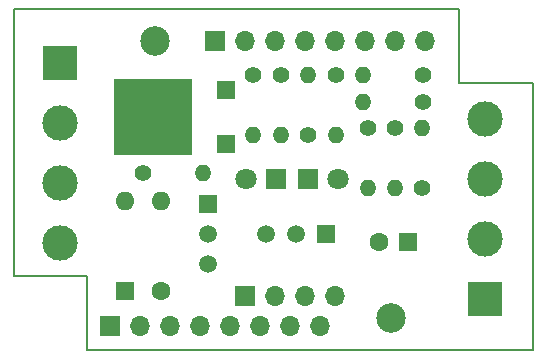
<source format=gts>
G04 #@! TF.GenerationSoftware,KiCad,Pcbnew,7.0.8*
G04 #@! TF.CreationDate,2023-10-20T02:31:35-04:00*
G04 #@! TF.ProjectId,C64Saver2,43363453-6176-4657-9232-2e6b69636164,2.6*
G04 #@! TF.SameCoordinates,Original*
G04 #@! TF.FileFunction,Soldermask,Top*
G04 #@! TF.FilePolarity,Negative*
%FSLAX46Y46*%
G04 Gerber Fmt 4.6, Leading zero omitted, Abs format (unit mm)*
G04 Created by KiCad (PCBNEW 7.0.8) date 2023-10-20 02:31:35*
%MOMM*%
%LPD*%
G01*
G04 APERTURE LIST*
%ADD10R,3.000000X3.000000*%
%ADD11C,3.000000*%
%ADD12R,1.600000X1.600000*%
%ADD13C,1.600000*%
%ADD14R,1.600000X1.500000*%
%ADD15R,6.700000X6.500000*%
%ADD16R,1.700000X1.700000*%
%ADD17O,1.700000X1.700000*%
%ADD18C,2.500000*%
%ADD19C,1.400000*%
%ADD20O,1.400000X1.400000*%
%ADD21O,1.600000X1.600000*%
%ADD22R,1.500000X1.500000*%
%ADD23C,1.500000*%
%ADD24R,1.800000X1.800000*%
%ADD25C,1.800000*%
G04 #@! TA.AperFunction,Profile*
%ADD26C,0.150000*%
G04 #@! TD*
G04 APERTURE END LIST*
D10*
X144399000Y-88265000D03*
D11*
X144399000Y-93345000D03*
X144399000Y-98425000D03*
X144399000Y-103505000D03*
D10*
X180340000Y-108204000D03*
D11*
X180340000Y-103124000D03*
X180340000Y-98044000D03*
X180340000Y-92964000D03*
D12*
X173863000Y-103378000D03*
D13*
X171363000Y-103378000D03*
D14*
X158397600Y-95111600D03*
D15*
X152247600Y-92811600D03*
D14*
X158397600Y-90511600D03*
D16*
X157480000Y-86360000D03*
D17*
X160020000Y-86360000D03*
X162560000Y-86360000D03*
X165100000Y-86360000D03*
X167640000Y-86360000D03*
X170180000Y-86360000D03*
X172720000Y-86360000D03*
X175260000Y-86360000D03*
D16*
X148590000Y-110490000D03*
D17*
X151130000Y-110490000D03*
X153670000Y-110490000D03*
X156210000Y-110490000D03*
X158750000Y-110490000D03*
X161290000Y-110490000D03*
X163830000Y-110490000D03*
X166370000Y-110490000D03*
D16*
X160020000Y-107950000D03*
D17*
X162560000Y-107950000D03*
X165100000Y-107950000D03*
X167640000Y-107950000D03*
D18*
X152405080Y-86357460D03*
X172399960Y-109862620D03*
D19*
X170434000Y-93726000D03*
D20*
X170434000Y-98806000D03*
D19*
X175006000Y-98806000D03*
D20*
X175006000Y-93726000D03*
D19*
X167699993Y-89245600D03*
D20*
X167699993Y-94325600D03*
D19*
X163037197Y-89245600D03*
D20*
X163037197Y-94325600D03*
D19*
X175109221Y-91595756D03*
D20*
X170029221Y-91595756D03*
D19*
X160705800Y-89245600D03*
D20*
X160705800Y-94325600D03*
D13*
X152908000Y-107569000D03*
D21*
X152908000Y-99949000D03*
D19*
X165368594Y-94325600D03*
D20*
X165368594Y-89245600D03*
D22*
X156866000Y-100203000D03*
D23*
X156866000Y-102743000D03*
X156866000Y-105283000D03*
D24*
X162687000Y-98044000D03*
D25*
X160147000Y-98044000D03*
D24*
X165354000Y-98044000D03*
D25*
X167894000Y-98044000D03*
D19*
X151384000Y-97536000D03*
D20*
X156464000Y-97536000D03*
D19*
X172720000Y-93726000D03*
D20*
X172720000Y-98806000D03*
D19*
X175109221Y-89264181D03*
D20*
X170029221Y-89264181D03*
D12*
X149860000Y-107560504D03*
D21*
X149860000Y-99940504D03*
D22*
X166878000Y-102743000D03*
D23*
X164338000Y-102743000D03*
X161798000Y-102743000D03*
D26*
X184404000Y-112522000D02*
X146685000Y-112522000D01*
X140462000Y-83693000D02*
X178181000Y-83693000D01*
X140462000Y-106299000D02*
X140462000Y-83693000D01*
X178181000Y-89916000D02*
X184404000Y-89916000D01*
X146685000Y-112522000D02*
X146685000Y-106299000D01*
X146685000Y-106299000D02*
X140462000Y-106299000D01*
X178181000Y-83693000D02*
X178181000Y-89916000D01*
X184404000Y-89916000D02*
X184404000Y-112522000D01*
M02*

</source>
